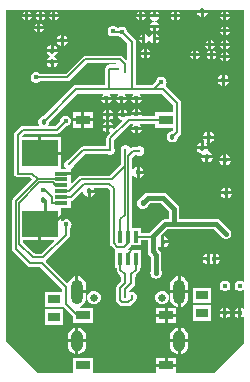
<source format=gbl>
G04*
G04 #@! TF.GenerationSoftware,Altium Limited,Altium Designer,20.1.11 (218)*
G04*
G04 Layer_Physical_Order=2*
G04 Layer_Color=16711680*
%FSLAX25Y25*%
%MOIN*%
G70*
G04*
G04 #@! TF.SameCoordinates,01B7F1E6-864A-458B-A1BD-962147C64F84*
G04*
G04*
G04 #@! TF.FilePolarity,Positive*
G04*
G01*
G75*
%ADD15R,0.03937X0.03150*%
%ADD53C,0.00800*%
%ADD54C,0.00500*%
%ADD55C,0.01000*%
%ADD56C,0.01500*%
%ADD61O,0.03937X0.07087*%
%ADD62C,0.02559*%
%ADD63O,0.03937X0.08268*%
%ADD64C,0.01181*%
%ADD65C,0.01500*%
%ADD66C,0.01800*%
%ADD67R,0.04724X0.03150*%
%ADD68R,0.01575X0.03937*%
%ADD69R,0.12205X0.09055*%
%ADD70R,0.04331X0.01181*%
G36*
X81000Y34366D02*
X80700Y34285D01*
X80383Y34529D01*
X79957Y34705D01*
X79500Y34765D01*
X79043Y34705D01*
X78617Y34529D01*
X78252Y34248D01*
X77971Y33882D01*
X77795Y33457D01*
X77735Y33000D01*
X77795Y32543D01*
X77971Y32118D01*
X78252Y31752D01*
X78617Y31471D01*
X79043Y31295D01*
X79500Y31235D01*
X79957Y31295D01*
X80383Y31471D01*
X80700Y31715D01*
X81000Y31634D01*
Y25366D01*
X80700Y25285D01*
X80383Y25529D01*
X80000Y25687D01*
Y24000D01*
Y22313D01*
X80383Y22471D01*
X80700Y22715D01*
X81000Y22634D01*
Y14000D01*
X71000Y4000D01*
X58227D01*
Y6000D01*
X54865D01*
X51503D01*
Y4000D01*
X30668D01*
Y9075D01*
X23944D01*
Y4000D01*
X12000D01*
X1500Y14500D01*
Y125000D01*
X81000D01*
Y34366D01*
D02*
G37*
%LPC*%
G36*
X75000Y124514D02*
Y123500D01*
X76015D01*
X75889Y123802D01*
X75634Y124134D01*
X75302Y124389D01*
X75000Y124514D01*
D02*
G37*
G36*
X74000D02*
X73698Y124389D01*
X73366Y124134D01*
X73111Y123802D01*
X72986Y123500D01*
X74000D01*
Y124514D01*
D02*
G37*
G36*
X58500D02*
Y123500D01*
X59514D01*
X59389Y123802D01*
X59134Y124134D01*
X58802Y124389D01*
X58500Y124514D01*
D02*
G37*
G36*
X57500D02*
X57198Y124389D01*
X56866Y124134D01*
X56611Y123802D01*
X56485Y123500D01*
X57500D01*
Y124514D01*
D02*
G37*
G36*
X51500D02*
Y123500D01*
X52514D01*
X52389Y123802D01*
X52134Y124134D01*
X51802Y124389D01*
X51500Y124514D01*
D02*
G37*
G36*
X50500D02*
X50198Y124389D01*
X49866Y124134D01*
X49611Y123802D01*
X49485Y123500D01*
X50500D01*
Y124514D01*
D02*
G37*
G36*
X47000D02*
Y123500D01*
X48015D01*
X47889Y123802D01*
X47634Y124134D01*
X47302Y124389D01*
X47000Y124514D01*
D02*
G37*
G36*
X46000D02*
X45698Y124389D01*
X45366Y124134D01*
X45111Y123802D01*
X44985Y123500D01*
X46000D01*
Y124514D01*
D02*
G37*
G36*
X18000D02*
Y123500D01*
X19015D01*
X18889Y123802D01*
X18634Y124134D01*
X18302Y124389D01*
X18000Y124514D01*
D02*
G37*
G36*
X17000D02*
X16698Y124389D01*
X16366Y124134D01*
X16111Y123802D01*
X15985Y123500D01*
X17000D01*
Y124514D01*
D02*
G37*
G36*
X13500D02*
Y123500D01*
X14514D01*
X14389Y123802D01*
X14134Y124134D01*
X13802Y124389D01*
X13500Y124514D01*
D02*
G37*
G36*
X12500D02*
X12198Y124389D01*
X11866Y124134D01*
X11611Y123802D01*
X11485Y123500D01*
X12500D01*
Y124514D01*
D02*
G37*
G36*
X9000D02*
Y123500D01*
X10014D01*
X9889Y123802D01*
X9634Y124134D01*
X9302Y124389D01*
X9000Y124514D01*
D02*
G37*
G36*
X8000D02*
X7698Y124389D01*
X7366Y124134D01*
X7111Y123802D01*
X6985Y123500D01*
X8000D01*
Y124514D01*
D02*
G37*
G36*
X68849Y124000D02*
X67500D01*
Y122651D01*
X67958Y122840D01*
X68355Y123145D01*
X68660Y123542D01*
X68849Y124000D01*
D02*
G37*
G36*
X66500D02*
X65151D01*
X65340Y123542D01*
X65645Y123145D01*
X66042Y122840D01*
X66500Y122651D01*
Y124000D01*
D02*
G37*
G36*
X76015Y122500D02*
X75000D01*
Y121485D01*
X75302Y121611D01*
X75634Y121866D01*
X75889Y122198D01*
X76015Y122500D01*
D02*
G37*
G36*
X74000D02*
X72986D01*
X73111Y122198D01*
X73366Y121866D01*
X73698Y121611D01*
X74000Y121485D01*
Y122500D01*
D02*
G37*
G36*
X59514D02*
X58500D01*
Y121485D01*
X58802Y121611D01*
X59134Y121866D01*
X59389Y122198D01*
X59514Y122500D01*
D02*
G37*
G36*
X57500D02*
X56485D01*
X56611Y122198D01*
X56866Y121866D01*
X57198Y121611D01*
X57500Y121485D01*
Y122500D01*
D02*
G37*
G36*
X48015D02*
X47000D01*
Y121485D01*
X47302Y121611D01*
X47634Y121866D01*
X47889Y122198D01*
X48015Y122500D01*
D02*
G37*
G36*
X46000D02*
X44985D01*
X45111Y122198D01*
X45366Y121866D01*
X45698Y121611D01*
X46000Y121485D01*
Y122500D01*
D02*
G37*
G36*
X19015D02*
X18000D01*
Y121485D01*
X18302Y121611D01*
X18634Y121866D01*
X18889Y122198D01*
X19015Y122500D01*
D02*
G37*
G36*
X17000D02*
X15985D01*
X16111Y122198D01*
X16366Y121866D01*
X16698Y121611D01*
X17000Y121485D01*
Y122500D01*
D02*
G37*
G36*
X14514D02*
X13500D01*
Y121485D01*
X13802Y121611D01*
X14134Y121866D01*
X14389Y122198D01*
X14514Y122500D01*
D02*
G37*
G36*
X12500D02*
X11485D01*
X11611Y122198D01*
X11866Y121866D01*
X12198Y121611D01*
X12500Y121485D01*
Y122500D01*
D02*
G37*
G36*
X10014D02*
X9000D01*
Y121485D01*
X9302Y121611D01*
X9634Y121866D01*
X9889Y122198D01*
X10014Y122500D01*
D02*
G37*
G36*
X8000D02*
X6985D01*
X7111Y122198D01*
X7366Y121866D01*
X7698Y121611D01*
X8000Y121485D01*
Y122500D01*
D02*
G37*
G36*
X52514D02*
X49485D01*
X49611Y122198D01*
X49866Y121866D01*
X50198Y121611D01*
X50585Y121450D01*
X50958Y121401D01*
Y121099D01*
X50585Y121050D01*
X50198Y120889D01*
X49866Y120634D01*
X49611Y120302D01*
X49485Y120000D01*
X52514D01*
X52389Y120302D01*
X52134Y120634D01*
X51802Y120889D01*
X51415Y121050D01*
X51042Y121099D01*
Y121401D01*
X51415Y121450D01*
X51802Y121611D01*
X52134Y121866D01*
X52389Y122198D01*
X52514Y122500D01*
D02*
G37*
G36*
X13000Y120515D02*
Y119500D01*
X14015D01*
X13889Y119802D01*
X13634Y120134D01*
X13302Y120389D01*
X13000Y120515D01*
D02*
G37*
G36*
X12000D02*
X11698Y120389D01*
X11366Y120134D01*
X11111Y119802D01*
X10986Y119500D01*
X12000D01*
Y120515D01*
D02*
G37*
G36*
X75000Y119515D02*
Y118500D01*
X76015D01*
X75889Y118802D01*
X75634Y119134D01*
X75302Y119389D01*
X75000Y119515D01*
D02*
G37*
G36*
X74000D02*
X73698Y119389D01*
X73366Y119134D01*
X73111Y118802D01*
X72986Y118500D01*
X74000D01*
Y119515D01*
D02*
G37*
G36*
X52514Y119000D02*
X51500D01*
Y117985D01*
X51802Y118111D01*
X52134Y118366D01*
X52389Y118698D01*
X52514Y119000D01*
D02*
G37*
G36*
X50500D02*
X49485D01*
X49611Y118698D01*
X49866Y118366D01*
X50198Y118111D01*
X50500Y117985D01*
Y119000D01*
D02*
G37*
G36*
X14015Y118500D02*
X13000D01*
Y117485D01*
X13302Y117611D01*
X13634Y117866D01*
X13889Y118198D01*
X14015Y118500D01*
D02*
G37*
G36*
X12000D02*
X10986D01*
X11111Y118198D01*
X11366Y117866D01*
X11698Y117611D01*
X12000Y117485D01*
Y118500D01*
D02*
G37*
G36*
X76015Y117500D02*
X75000D01*
Y116486D01*
X75302Y116611D01*
X75634Y116866D01*
X75889Y117198D01*
X76015Y117500D01*
D02*
G37*
G36*
X74000D02*
X72986D01*
X73111Y117198D01*
X73366Y116866D01*
X73698Y116611D01*
X74000Y116486D01*
Y117500D01*
D02*
G37*
G36*
X51500Y117015D02*
Y116000D01*
X52514D01*
X52389Y116302D01*
X52134Y116634D01*
X51802Y116889D01*
X51500Y117015D01*
D02*
G37*
G36*
X47000D02*
X46698Y116889D01*
X46366Y116634D01*
X46111Y116302D01*
X45985Y116000D01*
X47000D01*
Y117015D01*
D02*
G37*
G36*
X50500D02*
X50198Y116889D01*
X49866Y116634D01*
X49611Y116302D01*
X49450Y115915D01*
X49401Y115542D01*
X49099D01*
X49050Y115915D01*
X48889Y116302D01*
X48634Y116634D01*
X48302Y116889D01*
X48000Y117015D01*
Y115500D01*
Y113986D01*
X48302Y114111D01*
X48634Y114366D01*
X48889Y114698D01*
X49050Y115085D01*
X49099Y115458D01*
X49401D01*
X49450Y115085D01*
X49611Y114698D01*
X49866Y114366D01*
X50198Y114111D01*
X50500Y113986D01*
Y115500D01*
Y117015D01*
D02*
G37*
G36*
X20702Y116648D02*
Y115298D01*
X22051D01*
X21862Y115756D01*
X21557Y116153D01*
X21160Y116458D01*
X20702Y116648D01*
D02*
G37*
G36*
X19702D02*
X19244Y116458D01*
X18847Y116153D01*
X18542Y115756D01*
X18352Y115298D01*
X19702D01*
Y116648D01*
D02*
G37*
G36*
X75000Y115015D02*
Y114000D01*
X76015D01*
X75889Y114302D01*
X75634Y114634D01*
X75302Y114889D01*
X75000Y115015D01*
D02*
G37*
G36*
X74000D02*
X73698Y114889D01*
X73366Y114634D01*
X73111Y114302D01*
X72986Y114000D01*
X74000D01*
Y115015D01*
D02*
G37*
G36*
X70000D02*
Y114000D01*
X71014D01*
X70889Y114302D01*
X70634Y114634D01*
X70302Y114889D01*
X70000Y115015D01*
D02*
G37*
G36*
X69000D02*
X68698Y114889D01*
X68366Y114634D01*
X68111Y114302D01*
X67985Y114000D01*
X69000D01*
Y115015D01*
D02*
G37*
G36*
X52514Y115000D02*
X51500D01*
Y113986D01*
X51802Y114111D01*
X52134Y114366D01*
X52389Y114698D01*
X52514Y115000D01*
D02*
G37*
G36*
X47000D02*
X45985D01*
X46111Y114698D01*
X46366Y114366D01*
X46698Y114111D01*
X47000Y113986D01*
Y115000D01*
D02*
G37*
G36*
X22051Y114298D02*
X20702D01*
Y112949D01*
X21160Y113138D01*
X21557Y113443D01*
X21862Y113840D01*
X22051Y114298D01*
D02*
G37*
G36*
X19702D02*
X18352D01*
X18542Y113840D01*
X18847Y113443D01*
X19244Y113138D01*
X19702Y112949D01*
Y114298D01*
D02*
G37*
G36*
X76015Y113000D02*
X75000D01*
Y111986D01*
X75302Y112111D01*
X75634Y112366D01*
X75889Y112698D01*
X76015Y113000D01*
D02*
G37*
G36*
X74000D02*
X72986D01*
X73111Y112698D01*
X73366Y112366D01*
X73698Y112111D01*
X74000Y111986D01*
Y113000D01*
D02*
G37*
G36*
X71014D02*
X70000D01*
Y111986D01*
X70302Y112111D01*
X70634Y112366D01*
X70889Y112698D01*
X71014Y113000D01*
D02*
G37*
G36*
X69000D02*
X67985D01*
X68111Y112698D01*
X68366Y112366D01*
X68698Y112111D01*
X69000Y111986D01*
Y113000D01*
D02*
G37*
G36*
X17365Y113310D02*
Y111961D01*
X18714D01*
X18524Y112419D01*
X18220Y112816D01*
X17823Y113120D01*
X17365Y113310D01*
D02*
G37*
G36*
X16365D02*
X15906Y113120D01*
X15509Y112816D01*
X15205Y112419D01*
X15015Y111961D01*
X16365D01*
Y113310D01*
D02*
G37*
G36*
X48500Y112014D02*
Y111000D01*
X49514D01*
X49389Y111302D01*
X49134Y111634D01*
X48802Y111889D01*
X48500Y112014D01*
D02*
G37*
G36*
X47500D02*
X47198Y111889D01*
X46866Y111634D01*
X46611Y111302D01*
X46485Y111000D01*
X47500D01*
Y112014D01*
D02*
G37*
G36*
X70500Y111514D02*
Y110500D01*
X71514D01*
X71389Y110802D01*
X71134Y111134D01*
X70802Y111389D01*
X70500Y111514D01*
D02*
G37*
G36*
X69500D02*
X69198Y111389D01*
X68866Y111134D01*
X68611Y110802D01*
X68485Y110500D01*
X69500D01*
Y111514D01*
D02*
G37*
G36*
X65000D02*
Y110500D01*
X66014D01*
X65889Y110802D01*
X65634Y111134D01*
X65302Y111389D01*
X65000Y111514D01*
D02*
G37*
G36*
X64000D02*
X63698Y111389D01*
X63366Y111134D01*
X63111Y110802D01*
X62985Y110500D01*
X64000D01*
Y111514D01*
D02*
G37*
G36*
X75000Y111014D02*
Y110000D01*
X76015D01*
X75889Y110302D01*
X75634Y110634D01*
X75302Y110889D01*
X75000Y111014D01*
D02*
G37*
G36*
X74000D02*
X73698Y110889D01*
X73366Y110634D01*
X73111Y110302D01*
X72986Y110000D01*
X74000D01*
Y111014D01*
D02*
G37*
G36*
X49514Y110000D02*
X48500D01*
Y108985D01*
X48802Y109111D01*
X49134Y109366D01*
X49389Y109698D01*
X49514Y110000D01*
D02*
G37*
G36*
X47500D02*
X46485D01*
X46611Y109698D01*
X46866Y109366D01*
X47198Y109111D01*
X47500Y108985D01*
Y110000D01*
D02*
G37*
G36*
X71514Y109500D02*
X70500D01*
Y108485D01*
X70802Y108611D01*
X71134Y108866D01*
X71389Y109198D01*
X71514Y109500D01*
D02*
G37*
G36*
X69500D02*
X68485D01*
X68611Y109198D01*
X68866Y108866D01*
X69198Y108611D01*
X69500Y108485D01*
Y109500D01*
D02*
G37*
G36*
X66014D02*
X65000D01*
Y108485D01*
X65302Y108611D01*
X65634Y108866D01*
X65889Y109198D01*
X66014Y109500D01*
D02*
G37*
G36*
X64000D02*
X62985D01*
X63111Y109198D01*
X63366Y108866D01*
X63698Y108611D01*
X64000Y108485D01*
Y109500D01*
D02*
G37*
G36*
X18714Y110961D02*
X15015D01*
X15205Y110502D01*
X15509Y110106D01*
X15906Y109801D01*
X16092Y109724D01*
Y109399D01*
X15906Y109322D01*
X15509Y109018D01*
X15205Y108621D01*
X15015Y108163D01*
X18714D01*
X18524Y108621D01*
X18220Y109018D01*
X17823Y109322D01*
X17637Y109399D01*
Y109724D01*
X17823Y109801D01*
X18220Y110106D01*
X18524Y110502D01*
X18714Y110961D01*
D02*
G37*
G36*
X37142Y119674D02*
X36685Y119613D01*
X36259Y119437D01*
X35894Y119157D01*
X35613Y118791D01*
X35437Y118365D01*
X35377Y117908D01*
X35437Y117452D01*
X35613Y117026D01*
X35894Y116660D01*
X36259Y116380D01*
X36685Y116203D01*
X37142Y116143D01*
X37599Y116203D01*
X37694Y116243D01*
X39103D01*
X39234Y116142D01*
X39660Y115965D01*
X39825Y115944D01*
X41948Y113821D01*
Y108247D01*
X41670Y108132D01*
X40401Y109401D01*
X39988Y109678D01*
X39500Y109774D01*
X28000D01*
X27512Y109678D01*
X27099Y109401D01*
X21472Y103774D01*
X12714D01*
X12383Y104029D01*
X11957Y104205D01*
X11500Y104265D01*
X11043Y104205D01*
X10617Y104029D01*
X10252Y103748D01*
X9971Y103383D01*
X9795Y102957D01*
X9735Y102500D01*
X9795Y102043D01*
X9971Y101617D01*
X10252Y101252D01*
X10617Y100971D01*
X11043Y100795D01*
X11500Y100735D01*
X11957Y100795D01*
X12383Y100971D01*
X12714Y101225D01*
X22000D01*
X22488Y101322D01*
X22901Y101599D01*
X28528Y107226D01*
X38028D01*
X38158Y106925D01*
X38112Y106877D01*
X36000D01*
X35454Y106768D01*
X34991Y106458D01*
X34681Y105995D01*
X34573Y105449D01*
Y99927D01*
X24920D01*
X24920Y99927D01*
X24374Y99819D01*
X23911Y99509D01*
X23911Y99509D01*
X13963Y89562D01*
X13585Y89512D01*
X13123Y89321D01*
X12726Y89016D01*
X12421Y88619D01*
X12230Y88157D01*
X12165Y87661D01*
X12230Y87165D01*
X12421Y86703D01*
X12520Y86575D01*
X12372Y86274D01*
X7057D01*
X6569Y86177D01*
X6156Y85901D01*
X4599Y84344D01*
X4323Y83931D01*
X4225Y83443D01*
Y75063D01*
Y70447D01*
X4323Y69959D01*
X4599Y69546D01*
X5012Y69270D01*
X5500Y69173D01*
X9588D01*
X10292Y68468D01*
X3877Y62054D01*
X3601Y61640D01*
X3504Y61153D01*
Y45366D01*
X3601Y44878D01*
X3877Y44464D01*
X8743Y39599D01*
X9156Y39323D01*
X9644Y39226D01*
X12972D01*
X20225Y31972D01*
Y31067D01*
X14661D01*
Y25917D01*
X20598D01*
X20598Y25917D01*
Y25917D01*
X20598Y25917D01*
X20864Y25834D01*
X23944Y22754D01*
Y20625D01*
X30668D01*
Y25775D01*
X26096D01*
X26036Y26075D01*
X26672Y26338D01*
X27292Y26814D01*
X27768Y27434D01*
X28067Y28156D01*
X28169Y28931D01*
Y30596D01*
X25175D01*
Y31096D01*
X24675D01*
Y36190D01*
X24400Y36154D01*
X23678Y35855D01*
X23058Y35379D01*
X22582Y34759D01*
X22283Y34037D01*
X22267Y33916D01*
X21983Y33820D01*
X14699Y41103D01*
X14737Y41489D01*
X14901Y41599D01*
X22511Y49208D01*
X22787Y49622D01*
X22884Y50109D01*
Y52275D01*
X23147Y52617D01*
X23323Y53043D01*
X23383Y53500D01*
X23323Y53957D01*
X23147Y54383D01*
X22866Y54748D01*
X22501Y55029D01*
X22075Y55205D01*
X21618Y55265D01*
X21161Y55205D01*
X20736Y55029D01*
X20370Y54748D01*
X20154Y54466D01*
X19854Y54568D01*
Y59004D01*
X23015D01*
Y61288D01*
X23063D01*
X23551Y61386D01*
X23964Y61662D01*
X25838Y63536D01*
X25838Y63536D01*
X26998Y64695D01*
X27282Y64555D01*
X27274Y64493D01*
X27339Y63997D01*
X27530Y63535D01*
X27835Y63138D01*
X28232Y62833D01*
X28690Y62643D01*
Y64493D01*
X29190D01*
Y64993D01*
X31040D01*
X30860Y65425D01*
X30939Y65645D01*
X30978Y65725D01*
X35472D01*
X36226Y64972D01*
Y47174D01*
X36323Y46687D01*
X36599Y46273D01*
X37714Y45158D01*
X37865Y44921D01*
Y38984D01*
X38378D01*
Y38347D01*
X38475Y37860D01*
X38751Y37446D01*
X39593Y36605D01*
X39617Y36418D01*
X39778Y36031D01*
X39892Y35881D01*
Y34482D01*
X38482Y33072D01*
X38206Y32659D01*
X38109Y32171D01*
Y28445D01*
X38206Y27957D01*
X38482Y27544D01*
X39364Y26662D01*
X39777Y26386D01*
X40265Y26289D01*
X42314D01*
X42801Y26386D01*
X43215Y26662D01*
X44401Y27849D01*
X44677Y28262D01*
X44720Y28478D01*
X44889Y28698D01*
X45050Y29085D01*
X45104Y29500D01*
X45050Y29915D01*
X44889Y30302D01*
X44634Y30634D01*
X44302Y30889D01*
X43915Y31050D01*
X43500Y31104D01*
X43085Y31050D01*
X42799Y30931D01*
X42499Y31082D01*
Y31362D01*
X44068Y32932D01*
X44344Y33345D01*
X44441Y33833D01*
Y35881D01*
X44556Y36031D01*
X44717Y36418D01*
X44741Y36605D01*
X45672Y37536D01*
X45948Y37949D01*
X46045Y38437D01*
Y38984D01*
X46558D01*
Y44921D01*
X42147D01*
X42023Y45221D01*
X43113Y46310D01*
X43216Y46464D01*
X46558D01*
Y48158D01*
X48735D01*
Y44500D01*
X48795Y44043D01*
X48971Y43617D01*
X49252Y43252D01*
X49773Y42731D01*
Y38054D01*
X49687Y37846D01*
X49621Y37350D01*
X49687Y36854D01*
X49878Y36392D01*
X50183Y35995D01*
X50580Y35690D01*
X51042Y35499D01*
X51538Y35434D01*
X52034Y35499D01*
X52496Y35690D01*
X52893Y35995D01*
X53198Y36392D01*
X53389Y36854D01*
X53454Y37350D01*
X53389Y37846D01*
X53303Y38054D01*
Y43462D01*
X53243Y43919D01*
X53066Y44345D01*
X52786Y44710D01*
X52265Y45231D01*
Y46118D01*
X52565Y46234D01*
X52878Y45993D01*
X53336Y45804D01*
Y47653D01*
Y49714D01*
X53293Y49797D01*
X55330Y51834D01*
X57500D01*
X57674Y51857D01*
X70888D01*
X73618Y49128D01*
X73983Y48847D01*
X74409Y48671D01*
X74866Y48610D01*
X75323Y48671D01*
X75748Y48847D01*
X76114Y49128D01*
X76394Y49493D01*
X76571Y49919D01*
X76631Y50376D01*
X76571Y50832D01*
X76394Y51258D01*
X76114Y51624D01*
X72867Y54870D01*
X72501Y55151D01*
X72076Y55327D01*
X71619Y55387D01*
X59265D01*
Y58672D01*
X59205Y59129D01*
X59029Y59555D01*
X58748Y59921D01*
X55084Y63584D01*
X54719Y63865D01*
X54293Y64041D01*
X53836Y64101D01*
X48894D01*
X48437Y64041D01*
X48011Y63865D01*
X47646Y63584D01*
X46354Y62293D01*
X46147Y62207D01*
X45750Y61902D01*
X45445Y61505D01*
X45254Y61043D01*
X45188Y60547D01*
X45254Y60051D01*
X45445Y59589D01*
X45750Y59192D01*
X46147Y58888D01*
X46609Y58696D01*
X47105Y58631D01*
X47601Y58696D01*
X48063Y58888D01*
X48460Y59192D01*
X48764Y59589D01*
X48850Y59797D01*
X49625Y60571D01*
X53105D01*
X55735Y57941D01*
Y55364D01*
X54599D01*
X54142Y55304D01*
X53717Y55128D01*
X53351Y54847D01*
X49252Y50748D01*
X49220Y50707D01*
X46558D01*
Y52401D01*
X43486D01*
Y70203D01*
X43786Y70262D01*
X43948Y69871D01*
X44253Y69474D01*
X44650Y69170D01*
X45108Y68980D01*
Y70829D01*
Y72679D01*
X44650Y72489D01*
X44253Y72184D01*
X43948Y71788D01*
X43786Y71396D01*
X43486Y71456D01*
Y75740D01*
X44472Y76726D01*
X45048D01*
X45198Y76611D01*
X45585Y76450D01*
X46000Y76396D01*
X46415Y76450D01*
X46802Y76611D01*
X47134Y76866D01*
X47389Y77198D01*
X47550Y77585D01*
X47604Y78000D01*
X47550Y78415D01*
X47389Y78802D01*
X47134Y79134D01*
X46802Y79389D01*
X46415Y79550D01*
X46000Y79604D01*
X45585Y79550D01*
X45198Y79389D01*
X45048Y79274D01*
X43944D01*
X43456Y79177D01*
X43128Y78958D01*
X42782Y79010D01*
X42730Y79135D01*
X42475Y79467D01*
X42143Y79722D01*
X41756Y79883D01*
X41341Y79937D01*
X40925Y79883D01*
X40538Y79722D01*
X40206Y79467D01*
X39951Y79135D01*
X39791Y78748D01*
X39736Y78333D01*
X39791Y77918D01*
X39915Y77620D01*
Y73528D01*
X36161Y69775D01*
X26500D01*
X26012Y69678D01*
X25599Y69401D01*
X23315Y67118D01*
X23015Y67242D01*
Y70059D01*
X19850D01*
Y70937D01*
X23015D01*
Y71990D01*
X23307Y72111D01*
X23639Y72366D01*
X23894Y72698D01*
X24054Y73085D01*
X24079Y73272D01*
X27783Y76976D01*
X35308D01*
X35457Y76861D01*
X35844Y76701D01*
X36259Y76646D01*
X36675Y76701D01*
X37062Y76861D01*
X37394Y77116D01*
X37649Y77448D01*
X37809Y77835D01*
X37864Y78250D01*
X37809Y78665D01*
X37649Y79052D01*
X37534Y79202D01*
Y81731D01*
X42873Y87071D01*
X43679D01*
X43781Y86770D01*
X43752Y86748D01*
X43471Y86383D01*
X43313Y86000D01*
X46687D01*
X46529Y86383D01*
X46248Y86748D01*
X46219Y86770D01*
X46321Y87071D01*
X51332D01*
Y85770D01*
X57073D01*
Y84856D01*
X56874Y84657D01*
X56496Y84608D01*
X56033Y84416D01*
X55637Y84112D01*
X55332Y83715D01*
X55141Y83253D01*
X55075Y82757D01*
X55141Y82261D01*
X55332Y81798D01*
X55637Y81401D01*
X56033Y81097D01*
X56496Y80905D01*
X56992Y80840D01*
X57488Y80905D01*
X57950Y81097D01*
X58347Y81401D01*
X58651Y81798D01*
X58843Y82261D01*
X58893Y82639D01*
X59509Y83255D01*
X59509Y83255D01*
X59819Y83719D01*
X59927Y84265D01*
Y94000D01*
X59927Y94000D01*
X59819Y94546D01*
X59509Y95009D01*
X59509Y95009D01*
X55009Y99509D01*
X54731Y99695D01*
X54682Y99992D01*
X54779Y100117D01*
X54955Y100543D01*
X55015Y101000D01*
X54955Y101457D01*
X54779Y101883D01*
X54498Y102248D01*
X54133Y102529D01*
X53707Y102705D01*
X53250Y102765D01*
X52793Y102705D01*
X52367Y102529D01*
X52002Y102248D01*
X51721Y101883D01*
X51545Y101457D01*
X51523Y101292D01*
X50159Y99927D01*
X44802D01*
Y114412D01*
X44802Y114412D01*
X44694Y114959D01*
X44384Y115422D01*
X41844Y117962D01*
X41822Y118127D01*
X41646Y118553D01*
X41365Y118918D01*
X40999Y119199D01*
X40574Y119375D01*
X40117Y119435D01*
X39660Y119375D01*
X39234Y119199D01*
X39103Y119098D01*
X38435D01*
X38390Y119157D01*
X38025Y119437D01*
X37599Y119613D01*
X37142Y119674D01*
D02*
G37*
G36*
X76015Y109000D02*
X75000D01*
Y107985D01*
X75302Y108111D01*
X75634Y108366D01*
X75889Y108698D01*
X76015Y109000D01*
D02*
G37*
G36*
X74000D02*
X72986D01*
X73111Y108698D01*
X73366Y108366D01*
X73698Y108111D01*
X74000Y107985D01*
Y109000D01*
D02*
G37*
G36*
X18714Y107163D02*
X17365D01*
Y105813D01*
X17823Y106003D01*
X18220Y106307D01*
X18524Y106704D01*
X18714Y107163D01*
D02*
G37*
G36*
X16365D02*
X15015D01*
X15205Y106704D01*
X15509Y106307D01*
X15906Y106003D01*
X16365Y105813D01*
Y107163D01*
D02*
G37*
G36*
X74500Y103349D02*
Y102000D01*
X75849D01*
X75660Y102458D01*
X75355Y102855D01*
X74958Y103160D01*
X74500Y103349D01*
D02*
G37*
G36*
X73500D02*
X73042Y103160D01*
X72645Y102855D01*
X72340Y102458D01*
X72151Y102000D01*
X73500D01*
Y103349D01*
D02*
G37*
G36*
X75849Y101000D02*
X74500D01*
Y99651D01*
X74958Y99840D01*
X75355Y100145D01*
X75660Y100542D01*
X75849Y101000D01*
D02*
G37*
G36*
X73500D02*
X72151D01*
X72340Y100542D01*
X72645Y100145D01*
X73042Y99840D01*
X73500Y99651D01*
Y101000D01*
D02*
G37*
G36*
X46687Y85000D02*
X45500D01*
Y83813D01*
X45882Y83971D01*
X46248Y84252D01*
X46529Y84617D01*
X46687Y85000D01*
D02*
G37*
G36*
X44500D02*
X43313D01*
X43471Y84617D01*
X43752Y84252D01*
X44118Y83971D01*
X44500Y83813D01*
Y85000D01*
D02*
G37*
G36*
X69522Y84361D02*
Y83012D01*
X70871D01*
X70682Y83470D01*
X70377Y83867D01*
X69980Y84171D01*
X69522Y84361D01*
D02*
G37*
G36*
X68522D02*
X68064Y84171D01*
X67667Y83867D01*
X67362Y83470D01*
X67172Y83012D01*
X68522D01*
Y84361D01*
D02*
G37*
G36*
Y82012D02*
X67172D01*
X67362Y81554D01*
X67667Y81157D01*
X67813Y81045D01*
X67661Y80783D01*
X67500Y80849D01*
Y79500D01*
X68849D01*
X68660Y79958D01*
X68355Y80355D01*
X68209Y80467D01*
X68361Y80729D01*
X68522Y80662D01*
Y82012D01*
D02*
G37*
G36*
X70871D02*
X69522D01*
Y80662D01*
X69980Y80852D01*
X70377Y81157D01*
X70682Y81554D01*
X70871Y82012D01*
D02*
G37*
G36*
X66500Y80849D02*
X66042Y80660D01*
X65645Y80355D01*
X65340Y79958D01*
X65151Y79500D01*
X66500D01*
Y80849D01*
D02*
G37*
G36*
X68849Y78500D02*
X65151D01*
X65340Y78042D01*
X65645Y77645D01*
X66042Y77340D01*
X66504Y77149D01*
X66623Y77133D01*
X66779Y76810D01*
X66651Y76500D01*
X70349D01*
X70160Y76958D01*
X69855Y77355D01*
X69458Y77660D01*
X68996Y77851D01*
X68877Y77867D01*
X68721Y78190D01*
X68849Y78500D01*
D02*
G37*
G36*
X75000Y76849D02*
Y75500D01*
X76349D01*
X76160Y75958D01*
X75855Y76355D01*
X75458Y76660D01*
X75000Y76849D01*
D02*
G37*
G36*
X74000D02*
X73542Y76660D01*
X73145Y76355D01*
X72840Y75958D01*
X72651Y75500D01*
X74000D01*
Y76849D01*
D02*
G37*
G36*
X70349Y75500D02*
X69000D01*
Y74151D01*
X69458Y74340D01*
X69855Y74645D01*
X70160Y75042D01*
X70349Y75500D01*
D02*
G37*
G36*
X68000D02*
X66651D01*
X66840Y75042D01*
X67145Y74645D01*
X67542Y74340D01*
X68000Y74151D01*
Y75500D01*
D02*
G37*
G36*
X76349Y74500D02*
X75000D01*
Y73151D01*
X75458Y73340D01*
X75855Y73645D01*
X76160Y74042D01*
X76349Y74500D01*
D02*
G37*
G36*
X74000D02*
X72651D01*
X72840Y74042D01*
X73145Y73645D01*
X73542Y73340D01*
X74000Y73151D01*
Y74500D01*
D02*
G37*
G36*
X46108Y72679D02*
Y71329D01*
X47457D01*
X47268Y71788D01*
X46963Y72184D01*
X46566Y72489D01*
X46108Y72679D01*
D02*
G37*
G36*
X47457Y70329D02*
X46108D01*
Y68980D01*
X46566Y69170D01*
X46963Y69474D01*
X47268Y69871D01*
X47457Y70329D01*
D02*
G37*
G36*
X75500Y65849D02*
Y64500D01*
X76849D01*
X76660Y64958D01*
X76355Y65355D01*
X75958Y65660D01*
X75500Y65849D01*
D02*
G37*
G36*
X74500D02*
X74042Y65660D01*
X73645Y65355D01*
X73340Y64958D01*
X73151Y64500D01*
X74500D01*
Y65849D01*
D02*
G37*
G36*
X31040Y63993D02*
X29690D01*
Y62643D01*
X30148Y62833D01*
X30545Y63138D01*
X30850Y63535D01*
X31040Y63993D01*
D02*
G37*
G36*
X76849Y63500D02*
X75500D01*
Y62151D01*
X75958Y62340D01*
X76355Y62645D01*
X76660Y63042D01*
X76849Y63500D01*
D02*
G37*
G36*
X74500D02*
X73151D01*
X73340Y63042D01*
X73645Y62645D01*
X74042Y62340D01*
X74500Y62151D01*
Y63500D01*
D02*
G37*
G36*
X54336Y49503D02*
Y48153D01*
X55686D01*
X55496Y48611D01*
X55191Y49008D01*
X54794Y49313D01*
X54336Y49503D01*
D02*
G37*
G36*
X55686Y47153D02*
X54336D01*
Y45804D01*
X54794Y45993D01*
X55191Y46298D01*
X55496Y46695D01*
X55686Y47153D01*
D02*
G37*
G36*
X70500Y43849D02*
X70042Y43660D01*
X70000Y43628D01*
X69958Y43660D01*
X69500Y43849D01*
Y42000D01*
Y40151D01*
X69958Y40340D01*
X70000Y40372D01*
X70042Y40340D01*
X70500Y40151D01*
Y42000D01*
Y43849D01*
D02*
G37*
G36*
X71500D02*
Y42500D01*
X72849D01*
X72660Y42958D01*
X72355Y43355D01*
X71958Y43660D01*
X71500Y43849D01*
D02*
G37*
G36*
X68500D02*
X68042Y43660D01*
X67645Y43355D01*
X67340Y42958D01*
X67151Y42500D01*
X68500D01*
Y43849D01*
D02*
G37*
G36*
X72849Y41500D02*
X71500D01*
Y40151D01*
X71958Y40340D01*
X72355Y40645D01*
X72660Y41042D01*
X72849Y41500D01*
D02*
G37*
G36*
X68500D02*
X67151D01*
X67340Y41042D01*
X67645Y40645D01*
X68042Y40340D01*
X68500Y40151D01*
Y41500D01*
D02*
G37*
G36*
X59691Y36190D02*
Y31596D01*
X62185D01*
Y33262D01*
X62083Y34037D01*
X61783Y34759D01*
X61308Y35379D01*
X60688Y35855D01*
X59965Y36154D01*
X59691Y36190D01*
D02*
G37*
G36*
X58691Y36190D02*
X58416Y36154D01*
X57693Y35855D01*
X57073Y35379D01*
X56598Y34759D01*
X56299Y34037D01*
X56196Y33262D01*
Y31596D01*
X58691D01*
Y36190D01*
D02*
G37*
G36*
X25675D02*
Y31596D01*
X28169D01*
Y33262D01*
X28067Y34037D01*
X27768Y34759D01*
X27292Y35379D01*
X26672Y35855D01*
X25950Y36154D01*
X25675Y36190D01*
D02*
G37*
G36*
X74500Y34765D02*
X74043Y34705D01*
X73617Y34529D01*
X73252Y34248D01*
X72971Y33882D01*
X72795Y33457D01*
X72735Y33000D01*
X72795Y32543D01*
X72971Y32118D01*
X73252Y31752D01*
X73617Y31471D01*
X74043Y31295D01*
X74500Y31235D01*
X74957Y31295D01*
X75383Y31471D01*
X75748Y31752D01*
X76029Y32118D01*
X76205Y32543D01*
X76265Y33000D01*
X76205Y33457D01*
X76029Y33882D01*
X75748Y34248D01*
X75383Y34529D01*
X74957Y34705D01*
X74500Y34765D01*
D02*
G37*
G36*
X69839Y32439D02*
X63901D01*
Y27289D01*
X69839D01*
Y32439D01*
D02*
G37*
G36*
X53561Y31427D02*
X52965Y31349D01*
X52411Y31119D01*
X51935Y30754D01*
X51569Y30278D01*
X51340Y29723D01*
X51261Y29128D01*
X51340Y28533D01*
X51569Y27978D01*
X51935Y27502D01*
X52411Y27137D01*
X52965Y26907D01*
X53561Y26829D01*
X54156Y26907D01*
X54710Y27137D01*
X55186Y27502D01*
X55552Y27978D01*
X55782Y28533D01*
X55860Y29128D01*
X55782Y29723D01*
X55552Y30278D01*
X55186Y30754D01*
X54710Y31119D01*
X54156Y31349D01*
X53561Y31427D01*
D02*
G37*
G36*
X30805D02*
X30210Y31349D01*
X29655Y31119D01*
X29179Y30754D01*
X28814Y30278D01*
X28584Y29723D01*
X28506Y29128D01*
X28584Y28533D01*
X28814Y27978D01*
X29179Y27502D01*
X29655Y27137D01*
X30210Y26907D01*
X30805Y26829D01*
X31400Y26907D01*
X31954Y27137D01*
X32430Y27502D01*
X32796Y27978D01*
X33026Y28533D01*
X33104Y29128D01*
X33026Y29723D01*
X32796Y30278D01*
X32430Y30754D01*
X31954Y31119D01*
X31400Y31349D01*
X30805Y31427D01*
D02*
G37*
G36*
X62185Y30597D02*
X59691D01*
Y26003D01*
X59965Y26039D01*
X60688Y26338D01*
X61308Y26814D01*
X61783Y27434D01*
X62083Y28156D01*
X62185Y28931D01*
Y30597D01*
D02*
G37*
G36*
X58691D02*
X56196D01*
Y28931D01*
X56299Y28156D01*
X56598Y27434D01*
X57073Y26814D01*
X57693Y26338D01*
X58416Y26039D01*
X58691Y26003D01*
Y30597D01*
D02*
G37*
G36*
X79000Y25687D02*
X78617Y25529D01*
X78252Y25248D01*
X77971Y24883D01*
X77813Y24500D01*
X79000D01*
Y25687D01*
D02*
G37*
G36*
X75000D02*
Y24500D01*
X76187D01*
X76029Y24883D01*
X75748Y25248D01*
X75383Y25529D01*
X75000Y25687D01*
D02*
G37*
G36*
X74000D02*
X73617Y25529D01*
X73252Y25248D01*
X72971Y24883D01*
X72813Y24500D01*
X74000D01*
Y25687D01*
D02*
G37*
G36*
X58227Y25775D02*
X55365D01*
Y23700D01*
X58227D01*
Y25775D01*
D02*
G37*
G36*
X54365D02*
X51503D01*
Y23700D01*
X54365D01*
Y25775D01*
D02*
G37*
G36*
X79000Y23500D02*
X77813D01*
X77971Y23117D01*
X78252Y22752D01*
X78617Y22471D01*
X79000Y22313D01*
Y23500D01*
D02*
G37*
G36*
X76187D02*
X75000D01*
Y22313D01*
X75383Y22471D01*
X75748Y22752D01*
X76029Y23117D01*
X76187Y23500D01*
D02*
G37*
G36*
X74000D02*
X72813D01*
X72971Y23117D01*
X73252Y22752D01*
X73617Y22471D01*
X74000Y22313D01*
Y23500D01*
D02*
G37*
G36*
X69839Y26533D02*
X63901D01*
Y21384D01*
X69839D01*
Y26533D01*
D02*
G37*
G36*
X58227Y22700D02*
X55365D01*
Y20625D01*
X58227D01*
Y22700D01*
D02*
G37*
G36*
X54365D02*
X51503D01*
Y20625D01*
X54365D01*
Y22700D01*
D02*
G37*
G36*
X20598Y25161D02*
X14661D01*
Y20012D01*
X20598D01*
Y25161D01*
D02*
G37*
G36*
X59691Y19143D02*
Y15140D01*
X62185D01*
Y16215D01*
X62083Y16989D01*
X61783Y17712D01*
X61308Y18332D01*
X60688Y18808D01*
X59965Y19107D01*
X59691Y19143D01*
D02*
G37*
G36*
X58691Y19143D02*
X58416Y19107D01*
X57693Y18808D01*
X57073Y18332D01*
X56598Y17712D01*
X56299Y16989D01*
X56196Y16215D01*
Y15140D01*
X58691D01*
Y19143D01*
D02*
G37*
G36*
X25675D02*
Y15140D01*
X28169D01*
Y16215D01*
X28067Y16989D01*
X27768Y17712D01*
X27292Y18332D01*
X26672Y18808D01*
X25950Y19107D01*
X25675Y19143D01*
D02*
G37*
G36*
X24675D02*
X24400Y19107D01*
X23678Y18808D01*
X23058Y18332D01*
X22582Y17712D01*
X22283Y16989D01*
X22181Y16215D01*
Y15140D01*
X24675D01*
Y19143D01*
D02*
G37*
G36*
X62185Y14140D02*
X59691D01*
Y10137D01*
X59965Y10173D01*
X60688Y10472D01*
X61308Y10948D01*
X61783Y11568D01*
X62083Y12290D01*
X62185Y13065D01*
Y14140D01*
D02*
G37*
G36*
X28169Y14140D02*
X25675D01*
Y10137D01*
X25950Y10173D01*
X26672Y10472D01*
X27292Y10948D01*
X27768Y11568D01*
X28067Y12290D01*
X28169Y13065D01*
Y14140D01*
D02*
G37*
G36*
X24675D02*
X22181D01*
Y13065D01*
X22283Y12290D01*
X22582Y11568D01*
X23058Y10948D01*
X23678Y10472D01*
X24400Y10173D01*
X24675Y10137D01*
Y14140D01*
D02*
G37*
G36*
X58691Y14140D02*
X56196D01*
Y13065D01*
X56299Y12290D01*
X56598Y11568D01*
X57073Y10948D01*
X57693Y10472D01*
X58416Y10173D01*
X58691Y10137D01*
Y14140D01*
D02*
G37*
G36*
X58227Y9075D02*
X55365D01*
Y7000D01*
X58227D01*
Y9075D01*
D02*
G37*
G36*
X54365D02*
X51503D01*
Y7000D01*
X54365D01*
Y9075D01*
D02*
G37*
%LPD*%
G36*
X57073Y93409D02*
Y90920D01*
X51332D01*
Y89619D01*
X46864D01*
X46731Y89819D01*
X46725Y89845D01*
X43275D01*
X43269Y89819D01*
X43136Y89619D01*
X42432D01*
X42424Y89626D01*
X38748D01*
X38907Y89244D01*
X39187Y88878D01*
X39553Y88598D01*
X39979Y88421D01*
X40170Y88396D01*
X40277Y88079D01*
X37380Y85183D01*
X37126Y85353D01*
X37187Y85500D01*
X36000D01*
Y84313D01*
X36147Y84374D01*
X36317Y84120D01*
X35358Y83161D01*
X35082Y82747D01*
X34985Y82259D01*
Y79525D01*
X27255D01*
X26767Y79428D01*
X26354Y79151D01*
X22276Y75074D01*
X22089Y75050D01*
X21702Y74889D01*
X21370Y74634D01*
X21115Y74302D01*
X20955Y73915D01*
X20900Y73500D01*
X20955Y73085D01*
X21115Y72698D01*
X21370Y72366D01*
X21420Y72328D01*
X21318Y72028D01*
X19852D01*
Y76700D01*
X12750D01*
Y77200D01*
X12250D01*
Y82728D01*
X7011D01*
X6887Y83028D01*
X7585Y83726D01*
X18362D01*
X18849Y83823D01*
X19263Y84099D01*
X21405Y86241D01*
X21819Y86295D01*
X22244Y86471D01*
X22610Y86752D01*
X22890Y87117D01*
X23067Y87543D01*
X23127Y88000D01*
X23067Y88457D01*
X22890Y88883D01*
X22610Y89248D01*
X22244Y89529D01*
X21819Y89705D01*
X21362Y89765D01*
X20905Y89705D01*
X20479Y89529D01*
X20114Y89248D01*
X19833Y88883D01*
X19657Y88457D01*
X19602Y88043D01*
X17834Y86274D01*
X15790D01*
X15642Y86575D01*
X15741Y86703D01*
X15932Y87165D01*
X15982Y87543D01*
X25511Y97073D01*
X33682D01*
X33784Y96773D01*
X33752Y96748D01*
X33471Y96383D01*
X33313Y96000D01*
X36687D01*
X36529Y96383D01*
X36248Y96748D01*
X36216Y96773D01*
X36318Y97073D01*
X38682D01*
X38784Y96773D01*
X38752Y96748D01*
X38471Y96383D01*
X38313Y96000D01*
X41687D01*
X41529Y96383D01*
X41248Y96748D01*
X41216Y96773D01*
X41318Y97073D01*
X43682D01*
X43784Y96773D01*
X43752Y96748D01*
X43471Y96383D01*
X43313Y96000D01*
X46687D01*
X46529Y96383D01*
X46248Y96748D01*
X46216Y96773D01*
X46318Y97073D01*
X50750D01*
X50750Y97073D01*
X50750Y97073D01*
X53409D01*
X57073Y93409D01*
D02*
G37*
G36*
X13252Y48252D02*
X17558D01*
X17672Y47975D01*
X13472Y43775D01*
X11336D01*
X11186Y43889D01*
X10799Y44050D01*
X10612Y44074D01*
X7053Y47633D01*
Y48252D01*
X12252D01*
Y53780D01*
X13252D01*
Y48252D01*
D02*
G37*
%LPC*%
G36*
X46687Y95000D02*
X45500D01*
Y93813D01*
X45882Y93971D01*
X46248Y94252D01*
X46529Y94617D01*
X46687Y95000D01*
D02*
G37*
G36*
X44500D02*
X43313D01*
X43471Y94617D01*
X43752Y94252D01*
X44118Y93971D01*
X44500Y93813D01*
Y95000D01*
D02*
G37*
G36*
X41687D02*
X40500D01*
Y93813D01*
X40883Y93971D01*
X41248Y94252D01*
X41529Y94617D01*
X41687Y95000D01*
D02*
G37*
G36*
X39500D02*
X38313D01*
X38471Y94617D01*
X38752Y94252D01*
X39118Y93971D01*
X39500Y93813D01*
Y95000D01*
D02*
G37*
G36*
X36687D02*
X35500D01*
Y93813D01*
X35882Y93971D01*
X36248Y94252D01*
X36529Y94617D01*
X36687Y95000D01*
D02*
G37*
G36*
X34500D02*
X33313D01*
X33471Y94617D01*
X33752Y94252D01*
X34117Y93971D01*
X34500Y93813D01*
Y95000D01*
D02*
G37*
G36*
X45500Y92032D02*
Y90845D01*
X46687D01*
X46529Y91228D01*
X46248Y91593D01*
X45882Y91874D01*
X45500Y92032D01*
D02*
G37*
G36*
X44500D02*
X44118Y91874D01*
X43752Y91593D01*
X43471Y91228D01*
X43313Y90845D01*
X44500D01*
Y92032D01*
D02*
G37*
G36*
X40936Y91813D02*
Y90626D01*
X42123D01*
X41964Y91009D01*
X41684Y91374D01*
X41318Y91655D01*
X40936Y91813D01*
D02*
G37*
G36*
X39935D02*
X39553Y91655D01*
X39187Y91374D01*
X38907Y91009D01*
X38748Y90626D01*
X39935D01*
Y91813D01*
D02*
G37*
G36*
X36000Y91687D02*
Y90500D01*
X37187D01*
X37029Y90883D01*
X36748Y91248D01*
X36382Y91529D01*
X36000Y91687D01*
D02*
G37*
G36*
X35000D02*
X34617Y91529D01*
X34252Y91248D01*
X33971Y90883D01*
X33813Y90500D01*
X35000D01*
Y91687D01*
D02*
G37*
G36*
X30497Y90920D02*
X27635D01*
Y88845D01*
X30497D01*
Y90920D01*
D02*
G37*
G36*
X26635D02*
X23773D01*
Y88845D01*
X26635D01*
Y90920D01*
D02*
G37*
G36*
X37187Y89500D02*
X36000D01*
Y88313D01*
X36382Y88471D01*
X36748Y88752D01*
X37029Y89117D01*
X37187Y89500D01*
D02*
G37*
G36*
X35000D02*
X33813D01*
X33971Y89117D01*
X34252Y88752D01*
X34617Y88471D01*
X35000Y88313D01*
Y89500D01*
D02*
G37*
G36*
X36000Y87687D02*
Y86500D01*
X37187D01*
X37029Y86883D01*
X36748Y87248D01*
X36382Y87529D01*
X36000Y87687D01*
D02*
G37*
G36*
X35000D02*
X34617Y87529D01*
X34252Y87248D01*
X33971Y86883D01*
X33813Y86500D01*
X35000D01*
Y87687D01*
D02*
G37*
G36*
X30497Y87845D02*
X27635D01*
Y85770D01*
X30497D01*
Y87845D01*
D02*
G37*
G36*
X26635D02*
X23773D01*
Y85770D01*
X26635D01*
Y87845D01*
D02*
G37*
G36*
X35000Y85500D02*
X33813D01*
X33971Y85117D01*
X34252Y84752D01*
X34617Y84471D01*
X35000Y84313D01*
Y85500D01*
D02*
G37*
G36*
X19852Y82728D02*
X13250D01*
Y77700D01*
X19852D01*
Y82728D01*
D02*
G37*
%LPD*%
D15*
X66870Y23958D02*
D03*
Y29864D02*
D03*
X17630Y28492D02*
D03*
Y22587D02*
D03*
D53*
X13926Y64986D02*
X13996Y64916D01*
X13926Y64986D02*
Y65028D01*
X13996Y64916D02*
X14584D01*
X16785Y62715D01*
Y60594D02*
X19850D01*
X16785D02*
Y62715D01*
X43375Y98500D02*
Y114412D01*
X40117Y117670D02*
X43375Y114412D01*
X37142Y117908D02*
X37380Y117670D01*
X40117D01*
X43375Y98500D02*
X50750D01*
X36000D02*
X43375D01*
X14081Y87661D02*
X24920Y98500D01*
X56992Y82757D02*
X58500Y84265D01*
Y94000D01*
X54000Y98500D02*
X58500Y94000D01*
X50750Y98500D02*
X54000D01*
X24920D02*
X36000D01*
X50750D02*
X53250Y101000D01*
X36000Y98500D02*
Y105449D01*
X39000D01*
D54*
X43944Y78000D02*
X46000D01*
X42212Y76268D02*
X43944Y78000D01*
X12508Y67469D02*
X17033D01*
X12094Y68468D02*
X19850D01*
X7057Y85000D02*
X18362D01*
X5500Y75063D02*
Y83443D01*
X7057Y85000D01*
X5500Y70447D02*
Y75063D01*
Y70447D02*
X10116D01*
X12094Y68468D01*
X18362Y85000D02*
X21362Y88000D01*
X42212Y43712D02*
X44000Y45500D01*
X42212Y41952D02*
Y43712D01*
X41000Y46000D02*
X42212Y47212D01*
Y49433D01*
X38674Y46000D02*
X41000D01*
X21609Y50109D02*
Y53500D01*
X11500Y102500D02*
X22000D01*
X28000Y108500D01*
X39500D01*
X41167Y106833D01*
Y104333D02*
Y106833D01*
X36259Y82259D02*
X42345Y88345D01*
X36259Y78250D02*
Y82259D01*
X42345Y88345D02*
X54694D01*
X37500Y47174D02*
Y65500D01*
Y47174D02*
X38674Y46000D01*
X19882Y64500D02*
X22500D01*
X26500Y68500D01*
X36689D01*
X19850Y62563D02*
X23063D01*
X24937Y64437D02*
Y64437D01*
X23063Y62563D02*
X24937Y64437D01*
X36000Y67000D02*
X37500Y65500D01*
X27500Y67000D02*
X36000D01*
X24937Y64437D02*
X27500Y67000D01*
X41189Y73000D02*
Y78333D01*
Y56689D02*
Y73000D01*
X36689Y68500D02*
X41189Y73000D01*
X19850Y64531D02*
X19882Y64500D01*
X39653Y49433D02*
Y55153D01*
X27255Y78250D02*
X36259D01*
X22505Y73500D02*
X27255Y78250D01*
X9644Y40500D02*
X13500D01*
X21500Y32500D01*
X4778Y45366D02*
X9644Y40500D01*
X21500Y27000D02*
Y32500D01*
X4778Y45366D02*
Y61153D01*
X12094Y68468D01*
X5779Y47105D02*
X10384Y42500D01*
X5779Y60738D02*
X12508Y67469D01*
X5779Y47105D02*
Y60738D01*
X17033Y67469D02*
X18002Y66500D01*
X19850D01*
X21500Y27000D02*
X25300Y23200D01*
X27306D01*
X10384Y42500D02*
X14000D01*
X21609Y50109D01*
X50433Y49433D02*
X50500Y49500D01*
X44771Y49433D02*
X50433D01*
X41224Y31890D02*
X43167Y33833D01*
X39384Y28445D02*
Y32171D01*
X42314Y27564D02*
X43500Y28750D01*
X40265Y27564D02*
X42314D01*
X43500Y28750D02*
Y29500D01*
X39384Y28445D02*
X40265Y27564D01*
X41224Y29404D02*
Y31890D01*
X39384Y32171D02*
X41167Y33954D01*
X42212Y49433D02*
Y76268D01*
X41189Y78333D02*
X41341D01*
X39653Y55153D02*
X41189Y56689D01*
X43167Y36833D02*
X44771Y38437D01*
Y41952D01*
X39653Y38347D02*
X41167Y36833D01*
X39653Y38347D02*
Y41952D01*
X41167Y33954D02*
Y36833D01*
X43167Y33833D02*
Y36833D01*
D55*
X14500Y55528D02*
Y61500D01*
X17279Y53780D02*
X21000Y57500D01*
X12752Y53780D02*
X17279D01*
X12752D02*
X14500Y55528D01*
D56*
X57500Y53599D02*
Y58672D01*
X51538Y37350D02*
Y43462D01*
X50500Y49500D02*
X54599Y53599D01*
X57500Y53622D02*
X71619D01*
X74866Y50376D01*
X54599Y53599D02*
X57500D01*
X50500Y49500D02*
Y49500D01*
Y44500D02*
Y49500D01*
X47105Y60547D02*
X48894Y62336D01*
X53836D01*
X57500Y58672D01*
X50500Y44500D02*
X51538Y43462D01*
D61*
X59190Y14640D02*
D03*
X25175D02*
D03*
D62*
X53561Y29128D02*
D03*
X30805D02*
D03*
D63*
X25175Y31097D02*
D03*
X59190D02*
D03*
D64*
X41167Y36833D02*
D03*
X46000Y78000D02*
D03*
X66833Y23869D02*
D03*
X36259Y78250D02*
D03*
X22505Y73500D02*
D03*
X17333Y22369D02*
D03*
X43500Y29500D02*
D03*
X41224Y29404D02*
D03*
X67340Y29869D02*
D03*
X10384Y42500D02*
D03*
X17333Y28369D02*
D03*
X41341Y78333D02*
D03*
X43167Y36833D02*
D03*
X51000Y123000D02*
D03*
X12500Y119000D02*
D03*
X17500Y123000D02*
D03*
X13000D02*
D03*
X8500D02*
D03*
X47500Y115500D02*
D03*
X48000Y110500D02*
D03*
X51000Y115500D02*
D03*
Y119500D02*
D03*
X74500Y109500D02*
D03*
X70000Y110000D02*
D03*
X64500D02*
D03*
X69500Y113500D02*
D03*
X74500D02*
D03*
Y118000D02*
D03*
Y123000D02*
D03*
X58000D02*
D03*
X46500D02*
D03*
X39000Y105449D02*
D03*
X41167Y104333D02*
D03*
D65*
X13926Y65028D02*
D03*
X21362Y88000D02*
D03*
X79500Y24000D02*
D03*
X74500D02*
D03*
Y33000D02*
D03*
X79500D02*
D03*
X37142Y117908D02*
D03*
X40117Y117670D02*
D03*
X21618Y53500D02*
D03*
X11500Y102500D02*
D03*
X40435Y90126D02*
D03*
X45000Y90345D02*
D03*
X35500Y86000D02*
D03*
X45000Y85500D02*
D03*
X35500Y90000D02*
D03*
X45000Y95500D02*
D03*
X40000D02*
D03*
X35000D02*
D03*
X27306Y6500D02*
D03*
X53836Y62336D02*
D03*
X53250Y101000D02*
D03*
X74866Y50376D02*
D03*
D66*
X13684Y61500D02*
D03*
X14181Y74700D02*
D03*
X51538Y37350D02*
D03*
X29190Y64493D02*
D03*
X53836Y47653D02*
D03*
X47105Y60547D02*
D03*
X14081Y87661D02*
D03*
X71000Y42000D02*
D03*
X69000D02*
D03*
X67000Y124500D02*
D03*
X75000Y64000D02*
D03*
X74500Y75000D02*
D03*
X45608Y70829D02*
D03*
X56992Y82757D02*
D03*
X16865Y107663D02*
D03*
Y111461D02*
D03*
X20202Y114798D02*
D03*
X74000Y101500D02*
D03*
X69022Y82512D02*
D03*
X67000Y79000D02*
D03*
X68500Y76000D02*
D03*
D67*
X27306Y6500D02*
D03*
X54865D02*
D03*
X27135Y88345D02*
D03*
X54694D02*
D03*
X54865Y23200D02*
D03*
X27306D02*
D03*
D68*
X44771Y41952D02*
D03*
X42212D02*
D03*
X39653D02*
D03*
Y49433D02*
D03*
X42212D02*
D03*
X44771D02*
D03*
D69*
X12752Y53780D02*
D03*
X12750Y77200D02*
D03*
D70*
X19850Y70437D02*
D03*
Y68468D02*
D03*
Y66500D02*
D03*
Y64531D02*
D03*
Y62563D02*
D03*
Y60594D02*
D03*
M02*

</source>
